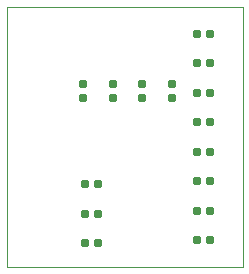
<source format=gtp>
G04 #@! TF.GenerationSoftware,KiCad,Pcbnew,(7.0.0)*
G04 #@! TF.CreationDate,2023-03-10T18:14:51+01:00*
G04 #@! TF.ProjectId,CapacitorBox0402,43617061-6369-4746-9f72-426f78303430,rev?*
G04 #@! TF.SameCoordinates,Original*
G04 #@! TF.FileFunction,Paste,Top*
G04 #@! TF.FilePolarity,Positive*
%FSLAX46Y46*%
G04 Gerber Fmt 4.6, Leading zero omitted, Abs format (unit mm)*
G04 Created by KiCad (PCBNEW (7.0.0)) date 2023-03-10 18:14:51*
%MOMM*%
%LPD*%
G01*
G04 APERTURE LIST*
G04 Aperture macros list*
%AMRoundRect*
0 Rectangle with rounded corners*
0 $1 Rounding radius*
0 $2 $3 $4 $5 $6 $7 $8 $9 X,Y pos of 4 corners*
0 Add a 4 corners polygon primitive as box body*
4,1,4,$2,$3,$4,$5,$6,$7,$8,$9,$2,$3,0*
0 Add four circle primitives for the rounded corners*
1,1,$1+$1,$2,$3*
1,1,$1+$1,$4,$5*
1,1,$1+$1,$6,$7*
1,1,$1+$1,$8,$9*
0 Add four rect primitives between the rounded corners*
20,1,$1+$1,$2,$3,$4,$5,0*
20,1,$1+$1,$4,$5,$6,$7,0*
20,1,$1+$1,$6,$7,$8,$9,0*
20,1,$1+$1,$8,$9,$2,$3,0*%
G04 Aperture macros list end*
%ADD10RoundRect,0.155000X-0.212500X-0.155000X0.212500X-0.155000X0.212500X0.155000X-0.212500X0.155000X0*%
%ADD11RoundRect,0.155000X-0.155000X0.212500X-0.155000X-0.212500X0.155000X-0.212500X0.155000X0.212500X0*%
G04 #@! TA.AperFunction,Profile*
%ADD12C,0.100000*%
G04 #@! TD*
G04 APERTURE END LIST*
D10*
X117132500Y-119750000D03*
X118267500Y-119750000D03*
X117132500Y-117250000D03*
X118267500Y-117250000D03*
D11*
X110000000Y-106532500D03*
X110000000Y-107667500D03*
X112500000Y-106532500D03*
X112500000Y-107667500D03*
X107500000Y-106532500D03*
X107500000Y-107667500D03*
D10*
X107632500Y-117500000D03*
X108767500Y-117500000D03*
D11*
X115000000Y-106532500D03*
X115000000Y-107667500D03*
D10*
X117132500Y-114750000D03*
X118267500Y-114750000D03*
X117132500Y-104750000D03*
X118267500Y-104750000D03*
X117132500Y-107250000D03*
X118267500Y-107250000D03*
X117132500Y-102250000D03*
X118267500Y-102250000D03*
X117132500Y-112250000D03*
X118267500Y-112250000D03*
X107632500Y-115000000D03*
X108767500Y-115000000D03*
X117132500Y-109750000D03*
X118267500Y-109750000D03*
X107632500Y-120000000D03*
X108767500Y-120000000D03*
D12*
X101000000Y-100000000D02*
X121000000Y-100000000D01*
X121000000Y-100000000D02*
X121000000Y-122000000D01*
X121000000Y-122000000D02*
X101000000Y-122000000D01*
X101000000Y-100000000D02*
X101000000Y-122000000D01*
M02*

</source>
